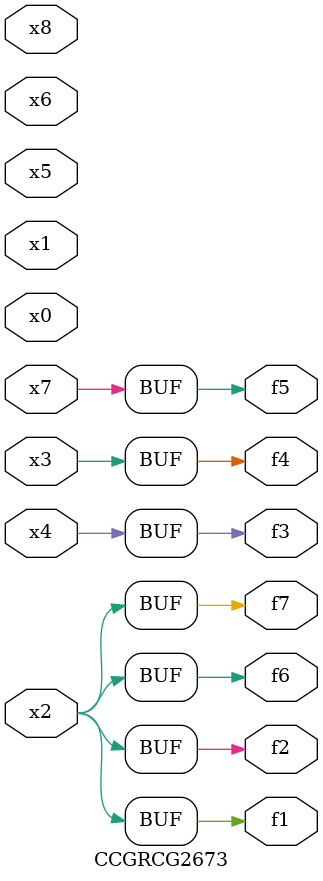
<source format=v>
module CCGRCG2673(
	input x0, x1, x2, x3, x4, x5, x6, x7, x8,
	output f1, f2, f3, f4, f5, f6, f7
);
	assign f1 = x2;
	assign f2 = x2;
	assign f3 = x4;
	assign f4 = x3;
	assign f5 = x7;
	assign f6 = x2;
	assign f7 = x2;
endmodule

</source>
